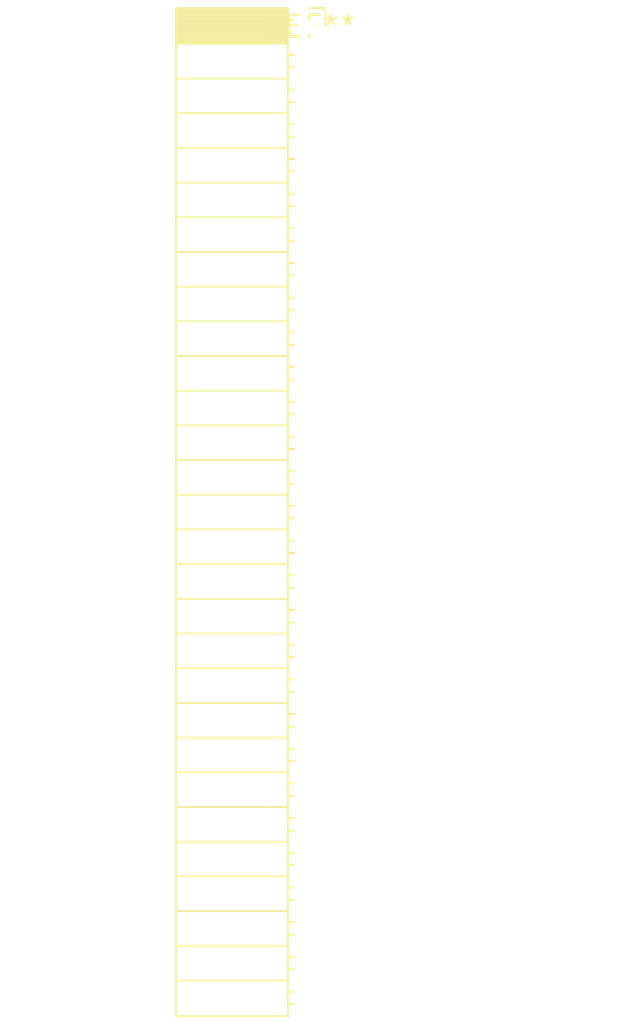
<source format=kicad_pcb>
(kicad_pcb (version 20240108) (generator pcbnew)
  (layers (0 "F.Cu" signal) (31 "B.Cu" signal) (34 "B.Paste" user) (35 "F.Paste" user) (36 "B.SilkS" user "B.Silkscreen") (37 "F.SilkS" user "F.Silkscreen") (38 "B.Mask" user) (39 "F.Mask" user) (44 "Edge.Cuts" user))
  (net 0 "")
  (footprint "PinSocket_1x29_P2.00mm_Horizontal" (layer "F.Cu") (at 0 0)
    (property "Reference" "REF**")
    (property "Value" "PinSocket_1x29_P2.00mm_Horizontal")
    (fp_line (start -7.68 -1.06) (end -7.68 57.06) (layer "F.SilkS") (stroke (width 0.12)))
    (fp_line (start -7.68 -1.06) (end -1.21 -1.06) (layer "F.SilkS") (stroke (width 0.12)))
    (fp_line (start -7.68 -0.94) (end -1.21 -0.94) (layer "F.SilkS") (stroke (width 0.12)))
    (fp_line (start -7.68 -0.825882) (end -1.21 -0.825882) (layer "F.SilkS") (stroke (width 0.12)))
    (fp_line (start -7.68 -0.711764) (end -1.21 -0.711764) (layer "F.SilkS") (stroke (width 0.12)))
    (fp_line (start -7.68 -0.597646) (end -1.21 -0.597646) (layer "F.SilkS") (stroke (width 0.12)))
    (fp_line (start -7.68 -0.483528) (end -1.21 -0.483528) (layer "F.SilkS") (stroke (width 0.12)))
    (fp_line (start -7.68 -0.36941) (end -1.21 -0.36941) (layer "F.SilkS") (stroke (width 0.12)))
    (fp_line (start -7.68 -0.255292) (end -1.21 -0.255292) (layer "F.SilkS") (stroke (width 0.12)))
    (fp_line (start -7.68 -0.141174) (end -1.21 -0.141174) (layer "F.SilkS") (stroke (width 0.12)))
    (fp_line (start -7.68 -0.027056) (end -1.21 -0.027056) (layer "F.SilkS") (stroke (width 0.12)))
    (fp_line (start -7.68 0.087062) (end -1.21 0.087062) (layer "F.SilkS") (stroke (width 0.12)))
    (fp_line (start -7.68 0.20118) (end -1.21 0.20118) (layer "F.SilkS") (stroke (width 0.12)))
    (fp_line (start -7.68 0.315298) (end -1.21 0.315298) (layer "F.SilkS") (stroke (width 0.12)))
    (fp_line (start -7.68 0.429416) (end -1.21 0.429416) (layer "F.SilkS") (stroke (width 0.12)))
    (fp_line (start -7.68 0.543534) (end -1.21 0.543534) (layer "F.SilkS") (stroke (width 0.12)))
    (fp_line (start -7.68 0.657652) (end -1.21 0.657652) (layer "F.SilkS") (stroke (width 0.12)))
    (fp_line (start -7.68 0.77177) (end -1.21 0.77177) (layer "F.SilkS") (stroke (width 0.12)))
    (fp_line (start -7.68 0.885888) (end -1.21 0.885888) (layer "F.SilkS") (stroke (width 0.12)))
    (fp_line (start -7.68 1) (end -1.21 1) (layer "F.SilkS") (stroke (width 0.12)))
    (fp_line (start -7.68 3) (end -1.21 3) (layer "F.SilkS") (stroke (width 0.12)))
    (fp_line (start -7.68 5) (end -1.21 5) (layer "F.SilkS") (stroke (width 0.12)))
    (fp_line (start -7.68 7) (end -1.21 7) (layer "F.SilkS") (stroke (width 0.12)))
    (fp_line (start -7.68 9) (end -1.21 9) (layer "F.SilkS") (stroke (width 0.12)))
    (fp_line (start -7.68 11) (end -1.21 11) (layer "F.SilkS") (stroke (width 0.12)))
    (fp_line (start -7.68 13) (end -1.21 13) (layer "F.SilkS") (stroke (width 0.12)))
    (fp_line (start -7.68 15) (end -1.21 15) (layer "F.SilkS") (stroke (width 0.12)))
    (fp_line (start -7.68 17) (end -1.21 17) (layer "F.SilkS") (stroke (width 0.12)))
    (fp_line (start -7.68 19) (end -1.21 19) (layer "F.SilkS") (stroke (width 0.12)))
    (fp_line (start -7.68 21) (end -1.21 21) (layer "F.SilkS") (stroke (width 0.12)))
    (fp_line (start -7.68 23) (end -1.21 23) (layer "F.SilkS") (stroke (width 0.12)))
    (fp_line (start -7.68 25) (end -1.21 25) (layer "F.SilkS") (stroke (width 0.12)))
    (fp_line (start -7.68 27) (end -1.21 27) (layer "F.SilkS") (stroke (width 0.12)))
    (fp_line (start -7.68 29) (end -1.21 29) (layer "F.SilkS") (stroke (width 0.12)))
    (fp_line (start -7.68 31) (end -1.21 31) (layer "F.SilkS") (stroke (width 0.12)))
    (fp_line (start -7.68 33) (end -1.21 33) (layer "F.SilkS") (stroke (width 0.12)))
    (fp_line (start -7.68 35) (end -1.21 35) (layer "F.SilkS") (stroke (width 0.12)))
    (fp_line (start -7.68 37) (end -1.21 37) (layer "F.SilkS") (stroke (width 0.12)))
    (fp_line (start -7.68 39) (end -1.21 39) (layer "F.SilkS") (stroke (width 0.12)))
    (fp_line (start -7.68 41) (end -1.21 41) (layer "F.SilkS") (stroke (width 0.12)))
    (fp_line (start -7.68 43) (end -1.21 43) (layer "F.SilkS") (stroke (width 0.12)))
    (fp_line (start -7.68 45) (end -1.21 45) (layer "F.SilkS") (stroke (width 0.12)))
    (fp_line (start -7.68 47) (end -1.21 47) (layer "F.SilkS") (stroke (width 0.12)))
    (fp_line (start -7.68 49) (end -1.21 49) (layer "F.SilkS") (stroke (width 0.12)))
    (fp_line (start -7.68 51) (end -1.21 51) (layer "F.SilkS") (stroke (width 0.12)))
    (fp_line (start -7.68 53) (end -1.21 53) (layer "F.SilkS") (stroke (width 0.12)))
    (fp_line (start -7.68 55) (end -1.21 55) (layer "F.SilkS") (stroke (width 0.12)))
    (fp_line (start -7.68 57.06) (end -1.21 57.06) (layer "F.SilkS") (stroke (width 0.12)))
    (fp_line (start -1.21 -1.06) (end -1.21 57.06) (layer "F.SilkS") (stroke (width 0.12)))
    (fp_line (start -1.21 -0.36) (end -0.935 -0.36) (layer "F.SilkS") (stroke (width 0.12)))
    (fp_line (start -1.21 0.36) (end -0.935 0.36) (layer "F.SilkS") (stroke (width 0.12)))
    (fp_line (start -1.21 1.64) (end -0.862917 1.64) (layer "F.SilkS") (stroke (width 0.12)))
    (fp_line (start -1.21 2.36) (end -0.862917 2.36) (layer "F.SilkS") (stroke (width 0.12)))
    (fp_line (start -1.21 3.64) (end -0.862917 3.64) (layer "F.SilkS") (stroke (width 0.12)))
    (fp_line (start -1.21 4.36) (end -0.862917 4.36) (layer "F.SilkS") (stroke (width 0.12)))
    (fp_line (start -1.21 5.64) (end -0.862917 5.64) (layer "F.SilkS") (stroke (width 0.12)))
    (fp_line (start -1.21 6.36) (end -0.862917 6.36) (layer "F.SilkS") (stroke (width 0.12)))
    (fp_line (start -1.21 7.64) (end -0.862917 7.64) (layer "F.SilkS") (stroke (width 0.12)))
    (fp_line (start -1.21 8.36) (end -0.862917 8.36) (layer "F.SilkS") (stroke (width 0.12)))
    (fp_line (start -1.21 9.64) (end -0.862917 9.64) (layer "F.SilkS") (stroke (width 0.12)))
    (fp_line (start -1.21 10.36) (end -0.862917 10.36) (layer "F.SilkS") (stroke (width 0.12)))
    (fp_line (start -1.21 11.64) (end -0.862917 11.64) (layer "F.SilkS") (stroke (width 0.12)))
    (fp_line (start -1.21 12.36) (end -0.862917 12.36) (layer "F.SilkS") (stroke (width 0.12)))
    (fp_line (start -1.21 13.64) (end -0.862917 13.64) (layer "F.SilkS") (stroke (width 0.12)))
    (fp_line (start -1.21 14.36) (end -0.862917 14.36) (layer "F.SilkS") (stroke (width 0.12)))
    (fp_line (start -1.21 15.64) (end -0.862917 15.64) (layer "F.SilkS") (stroke (width 0.12)))
    (fp_line (start -1.21 16.36) (end -0.862917 16.36) (layer "F.SilkS") (stroke (width 0.12)))
    (fp_line (start -1.21 17.64) (end -0.862917 17.64) (layer "F.SilkS") (stroke (width 0.12)))
    (fp_line (start -1.21 18.36) (end -0.862917 18.36) (layer "F.SilkS") (stroke (width 0.12)))
    (fp_line (start -1.21 19.64) (end -0.862917 19.64) (layer "F.SilkS") (stroke (width 0.12)))
    (fp_line (start -1.21 20.36) (end -0.862917 20.36) (layer "F.SilkS") (stroke (width 0.12)))
    (fp_line (start -1.21 21.64) (end -0.862917 21.64) (layer "F.SilkS") (stroke (width 0.12)))
    (fp_line (start -1.21 22.36) (end -0.862917 22.36) (layer "F.SilkS") (stroke (width 0.12)))
    (fp_line (start -1.21 23.64) (end -0.862917 23.64) (layer "F.SilkS") (stroke (width 0.12)))
    (fp_line (start -1.21 24.36) (end -0.862917 24.36) (layer "F.SilkS") (stroke (width 0.12)))
    (fp_line (start -1.21 25.64) (end -0.862917 25.64) (layer "F.SilkS") (stroke (width 0.12)))
    (fp_line (start -1.21 26.36) (end -0.862917 26.36) (layer "F.SilkS") (stroke (width 0.12)))
    (fp_line (start -1.21 27.64) (end -0.862917 27.64) (layer "F.SilkS") (stroke (width 0.12)))
    (fp_line (start -1.21 28.36) (end -0.862917 28.36) (layer "F.SilkS") (stroke (width 0.12)))
    (fp_line (start -1.21 29.64) (end -0.862917 29.64) (layer "F.SilkS") (stroke (width 0.12)))
    (fp_line (start -1.21 30.36) (end -0.862917 30.36) (layer "F.SilkS") (stroke (width 0.12)))
    (fp_line (start -1.21 31.64) (end -0.862917 31.64) (layer "F.SilkS") (stroke (width 0.12)))
    (fp_line (start -1.21 32.36) (end -0.862917 32.36) (layer "F.SilkS") (stroke (width 0.12)))
    (fp_line (start -1.21 33.64) (end -0.862917 33.64) (layer "F.SilkS") (stroke (width 0.12)))
    (fp_line (start -1.21 34.36) (end -0.862917 34.36) (layer "F.SilkS") (stroke (width 0.12)))
    (fp_line (start -1.21 35.64) (end -0.862917 35.64) (layer "F.SilkS") (stroke (width 0.12)))
    (fp_line (start -1.21 36.36) (end -0.862917 36.36) (layer "F.SilkS") (stroke (width 0.12)))
    (fp_line (start -1.21 37.64) (end -0.862917 37.64) (layer "F.SilkS") (stroke (width 0.12)))
    (fp_line (start -1.21 38.36) (end -0.862917 38.36) (layer "F.SilkS") (stroke (width 0.12)))
    (fp_line (start -1.21 39.64) (end -0.862917 39.64) (layer "F.SilkS") (stroke (width 0.12)))
    (fp_line (start -1.21 40.36) (end -0.862917 40.36) (layer "F.SilkS") (stroke (width 0.12)))
    (fp_line (start -1.21 41.64) (end -0.862917 41.64) (layer "F.SilkS") (stroke (width 0.12)))
    (fp_line (start -1.21 42.36) (end -0.862917 42.36) (layer "F.SilkS") (stroke (width 0.12)))
    (fp_line (start -1.21 43.64) (end -0.862917 43.64) (layer "F.SilkS") (stroke (width 0.12)))
    (fp_line (start -1.21 44.36) (end -0.862917 44.36) (layer "F.SilkS") (stroke (width 0.12)))
    (fp_line (start -1.21 45.64) (end -0.862917 45.64) (layer "F.SilkS") (stroke (width 0.12)))
    (fp_line (start -1.21 46.36) (end -0.862917 46.36) (layer "F.SilkS") (stroke (width 0.12)))
    (fp_line (start -1.21 47.64) (end -0.862917 47.64) (layer "F.SilkS") (stroke (width 0.12)))
    (fp_line (start -1.21 48.36) (end -0.862917 48.36) (layer "F.SilkS") (stroke (width 0.12)))
    (fp_line (start -1.21 49.64) (end -0.862917 49.64) (layer "F.SilkS") (stroke (width 0.12)))
    (fp_line (start -1.21 50.36) (end -0.862917 50.36) (layer "F.SilkS") (stroke (width 0.12)))
    (fp_line (start -1.21 51.64) (end -0.862917 51.64) (layer "F.SilkS") (stroke (width 0.12)))
    (fp_line (start -1.21 52.36) (end -0.862917 52.36) (layer "F.SilkS") (stroke (width 0.12)))
    (fp_line (start -1.21 53.64) (end -0.862917 53.64) (layer "F.SilkS") (stroke (width 0.12)))
    (fp_line (start -1.21 54.36) (end -0.862917 54.36) (layer "F.SilkS") (stroke (width 0.12)))
    (fp_line (start -1.21 55.64) (end -0.862917 55.64) (layer "F.SilkS") (stroke (width 0.12)))
    (fp_line (start -1.21 56.36) (end -0.862917 56.36) (layer "F.SilkS") (stroke (width 0.12)))
    (fp_line (start 0 -1.06) (end 0.935 -1.06) (layer "F.SilkS") (stroke (width 0.12)))
    (fp_line (start 0.935 -1.06) (end 0.935 0) (layer "F.SilkS") (stroke (width 0.12)))
    (pad "1" thru_hole rect (at 0 0) (size 1.35 1.35) (drill 0.8) (layers *.Cu *.Mask) (remove_unused_layers))
    (pad "2" thru_hole oval (at 0 2) (size 1.35 1.35) (drill 0.8) (layers *.Cu *.Mask) (remove_unused_layers))
    (pad "3" thru_hole oval (at 0 4) (size 1.35 1.35) (drill 0.8) (layers *.Cu *.Mask) (remove_unused_layers))
    (pad "4" thru_hole oval (at 0 6) (size 1.35 1.35) (drill 0.8) (layers *.Cu *.Mask) (remove_unused_layers))
    (pad "5" thru_hole oval (at 0 8) (size 1.35 1.35) (drill 0.8) (layers *.Cu *.Mask) (remove_unused_layers))
    (pad "6" thru_hole oval (at 0 10) (size 1.35 1.35) (drill 0.8) (layers *.Cu *.Mask) (remove_unused_layers))
    (pad "7" thru_hole oval (at 0 12) (size 1.35 1.35) (drill 0.8) (layers *.Cu *.Mask) (remove_unused_layers))
    (pad "8" thru_hole oval (at 0 14) (size 1.35 1.35) (drill 0.8) (layers *.Cu *.Mask) (remove_unused_layers))
    (pad "9" thru_hole oval (at 0 16) (size 1.35 1.35) (drill 0.8) (layers *.Cu *.Mask) (remove_unused_layers))
    (pad "10" thru_hole oval (at 0 18) (size 1.35 1.35) (drill 0.8) (layers *.Cu *.Mask) (remove_unused_layers))
    (pad "11" thru_hole oval (at 0 20) (size 1.35 1.35) (drill 0.8) (layers *.Cu *.Mask) (remove_unused_layers))
    (pad "12" thru_hole oval (at 0 22) (size 1.35 1.35) (drill 0.8) (layers *.Cu *.Mask) (remove_unused_layers))
    (pad "13" thru_hole oval (at 0 24) (size 1.35 1.35) (drill 0.8) (layers *.Cu *.Mask) (remove_unused_layers))
    (pad "14" thru_hole oval (at 0 26) (size 1.35 1.35) (drill 0.8) (layers *.Cu *.Mask) (remove_unused_layers))
    (pad "15" thru_hole oval (at 0 28) (size 1.35 1.35) (drill 0.8) (layers *.Cu *.Mask) (remove_unused_layers))
    (pad "16" thru_hole oval (at 0 30) (size 1.35 1.35) (drill 0.8) (layers *.Cu *.Mask) (remove_unused_layers))
    (pad "17" thru_hole oval (at 0 32) (size 1.35 1.35) (drill 0.8) (layers *.Cu *.Mask) (remove_unused_layers))
    (pad "18" thru_hole oval (at 0 34) (size 1.35 1.35) (drill 0.8) (layers *.Cu *.Mask) (remove_unused_layers))
    (pad "19" thru_hole oval (at 0 36) (size 1.35 1.35) (drill 0.8) (layers *.Cu *.Mask) (remove_unused_layers))
    (pad "20" thru_hole oval (at 0 38) (size 1.35 1.35) (drill 0.8) (layers *.Cu *.Mask) (remove_unused_layers))
    (pad "21" thru_hole oval (at 0 40) (size 1.35 1.35) (drill 0.8) (layers *.Cu *.Mask) (remove_unused_layers))
    (pad "22" thru_hole oval (at 0 42) (size 1.35 1.35) (drill 0.8) (layers *.Cu *.Mask) (remove_unused_layers))
    (pad "23" thru_hole oval (at 0 44) (size 1.35 1.35) (drill 0.8) (layers *.Cu *.Mask) (remove_unused_layers))
    (pad "24" thru_hole oval (at 0 46) (size 1.35 1.35) (drill 0.8) (layers *.Cu *.Mask) (remove_unused_layers))
    (pad "25" thru_hole oval (at 0 48) (size 1.35 1.35) (drill 0.8) (layers *.Cu *.Mask) (remove_unused_layers))
    (pad "26" thru_hole oval (at 0 50) (size 1.35 1.35) (drill 0.8) (layers *.Cu *.Mask) (remove_unused_layers))
    (pad "27" thru_hole oval (at 0 52) (size 1.35 1.35) (drill 0.8) (layers *.Cu *.Mask) (remove_unused_layers))
    (pad "28" thru_hole oval (at 0 54) (size 1.35 1.35) (drill 0.8) (layers *.Cu *.Mask) (remove_unused_layers))
    (pad "29" thru_hole oval (at 0 56) (size 1.35 1.35) (drill 0.8) (layers *.Cu *.Mask) (remove_unused_layers))
  )
)
</source>
